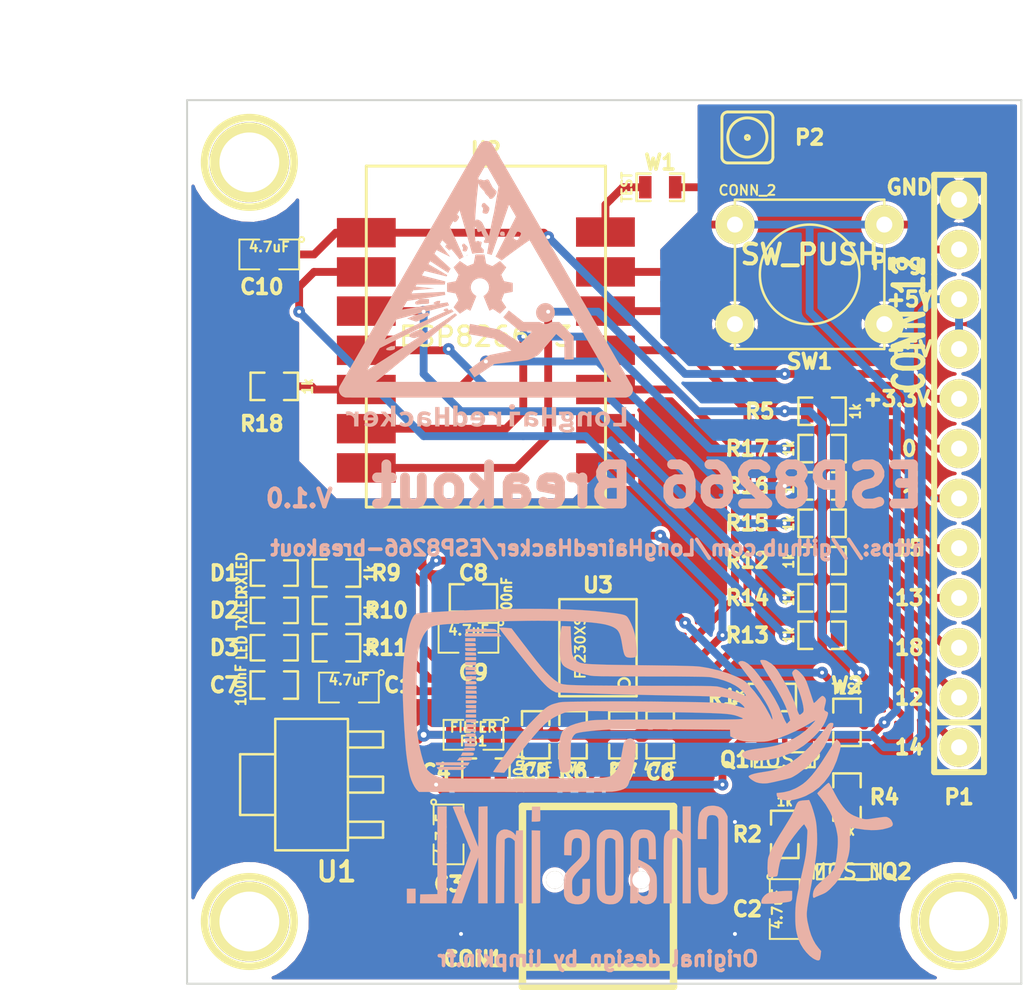
<source format=kicad_pcb>
(kicad_pcb (version 3) (host pcbnew "(2013-may-18)-stable")
  (layers (15 F.Cu signal) (0 B.Cu signal) (18 B.Paste user) (19 F.Paste user) (20 B.SilkS user) (21 F.SilkS user) (22 B.Mask user) (23 F.Mask user) (28 Edge.Cuts user))
  (net 0 "")
  (net 1 +3.3V)
  (net 2 CON_GPIO0)
  (net 3 CON_GPIO12)
  (net 4 CON_GPIO13)
  (net 5 CON_GPIO14)
  (net 6 CON_GPIO15)
  (net 7 CON_GPIO18)
  (net 8 CON_GPIO2)
  (net 9 FT230_RX)
  (net 10 FT230_TX)
  (net 11 GND)
  (net 12 GPIO0)
  (net 13 N-0000010)
  (net 14 N-0000011)
  (net 15 N-0000012)
  (net 16 N-0000013)
  (net 17 N-0000014)
  (net 18 N-0000015)
  (net 19 N-0000024)
  (net 20 N-0000026)
  (net 21 N-0000027)
  (net 22 N-0000028)
  (net 23 N-0000029)
  (net 24 N-000003)
  (net 25 N-0000030)
  (net 26 N-0000032)
  (net 27 N-0000033)
  (net 28 N-0000034)
  (net 29 N-0000035)
  (net 30 N-0000036)
  (net 31 N-0000037)
  (net 32 N-000004)
  (net 33 N-000005)
  (net 34 N-000006)
  (net 35 N-000009)
  (net 36 PROG_SW)
  (net 37 VCC)
  (net 38 VDD)
  (module ESP8266-3 (layer F.Cu) (at 71.755 69.215)
    (fp_text reference U2 (at 0 -9.525) (layer F.SilkS) (effects (font (size 0.75 0.75) (thickness 0.2))))
    (fp_text value ESP8266-3 (at 0 0) (layer F.SilkS))
    (pad 1 smd rect (at 6.1 6.7) (size 3 1.5) (layers F.Cu F.Paste F.Mask) (net 11 GND))
    (pad 2 smd rect (at 6.1 4.7) (size 3 1.5) (layers F.Cu F.Paste F.Mask))
    (pad 3 smd rect (at 6.1 2.7) (size 3 1.5) (layers F.Cu F.Paste F.Mask) (net 9 FT230_RX))
    (pad 4 smd rect (at 6.1 0.7) (size 3 1.5) (layers F.Cu F.Paste F.Mask) (net 10 FT230_TX))
    (pad 5 smd rect (at 6.1 -1.3) (size 3 1.5) (layers F.Cu F.Paste F.Mask) (net 28 N-0000034))
    (pad 6 smd rect (at 6.1 -3.3) (size 3 1.5) (layers F.Cu F.Paste F.Mask) (net 36 PROG_SW))
    (pad 8 smd rect (at -6.1 -5.3) (size 3 1.5) (layers F.Cu F.Paste F.Mask) (net 1 +3.3V))
    (pad 9 smd rect (at -6.1 -3.3) (size 3 1.5) (layers F.Cu F.Paste F.Mask) (net 29 N-0000035))
    (pad 10 smd rect (at -6.1 -1.3) (size 3 1.5) (layers F.Cu F.Paste F.Mask) (net 27 N-0000033))
    (pad 11 smd rect (at -6.1 0.7) (size 3 1.5) (layers F.Cu F.Paste F.Mask) (net 30 N-0000036))
    (pad 12 smd rect (at -6.1 2.7) (size 3 1.5) (layers F.Cu F.Paste F.Mask) (net 31 N-0000037))
    (pad 13 smd rect (at -6.1 4.7) (size 3 1.5) (layers F.Cu F.Paste F.Mask) (net 35 N-000009))
    (pad 14 smd rect (at -6.1 6.7) (size 3 1.5) (layers F.Cu F.Paste F.Mask) (net 12 GPIO0))
    (pad 7 smd rect (at 6.096 -5.334) (size 3 1.5) (layers F.Cu F.Paste F.Mask) (net 19 N-0000024))
  )
  (module ssop-16 (layer F.Cu) (at 77.47 85.09 90)
    (fp_text reference U3 (at 3.2 0 180) (layer F.SilkS) (effects (font (size 0.75 0.75) (thickness 0.2))))
    (fp_text value FT230XS (at 0 -0.89916 90) (layer F.SilkS) (effects (font (size 0.50038 0.50038) (thickness 0.09906))))
    (pad 4 smd rect (at -0.3175 2.667 90) (size 0.4064 1.651) (layers F.Cu F.Paste F.Mask) (net 9 FT230_RX))
    (pad 5 smd rect (at 0.3175 2.667 90) (size 0.4064 1.651) (layers F.Cu F.Paste F.Mask) (net 11 GND))
    (pad 6 smd rect (at 0.9525 2.667 90) (size 0.4064 1.651) (layers F.Cu F.Paste F.Mask))
    (pad 7 smd rect (at 1.5875 2.667 90) (size 0.4064 1.651) (layers F.Cu F.Paste F.Mask) (net 20 N-0000026))
    (pad 16 smd rect (at -2.2225 -2.667 90) (size 0.4064 1.651) (layers F.Cu F.Paste F.Mask) (net 21 N-0000027))
    (pad 1 smd rect (at -2.2225 2.667 90) (size 0.4064 1.651) (layers F.Cu F.Paste F.Mask) (net 10 FT230_TX))
    (pad 2 smd rect (at -1.5875 2.667 90) (size 0.4064 1.651) (layers F.Cu F.Paste F.Mask))
    (pad 3 smd rect (at -0.9525 2.667 90) (size 0.4064 1.651) (layers F.Cu F.Paste F.Mask) (net 13 N-0000010))
    (pad 9 smd rect (at 2.2225 -2.667 90) (size 0.4064 1.651) (layers F.Cu F.Paste F.Mask) (net 34 N-000006))
    (pad 10 smd rect (at 1.5875 -2.667 90) (size 0.4064 1.651) (layers F.Cu F.Paste F.Mask) (net 13 N-0000010))
    (pad 11 smd rect (at 0.9525 -2.667 90) (size 0.4064 1.651) (layers F.Cu F.Paste F.Mask) (net 13 N-0000010))
    (pad 12 smd rect (at 0.3175 -2.667 90) (size 0.4064 1.651) (layers F.Cu F.Paste F.Mask) (net 37 VCC))
    (pad 13 smd rect (at -0.3175 -2.667 90) (size 0.4064 1.651) (layers F.Cu F.Paste F.Mask) (net 11 GND))
    (pad 14 smd rect (at -0.9525 -2.667 90) (size 0.4064 1.651) (layers F.Cu F.Paste F.Mask) (net 22 N-0000028))
    (pad 8 smd rect (at 2.2225 2.667 90) (size 0.4064 1.651) (layers F.Cu F.Paste F.Mask) (net 33 N-000005))
    (pad 15 smd rect (at -1.5875 -2.667 90) (size 0.4064 1.651) (layers F.Cu F.Paste F.Mask) (net 23 N-0000029))
  )
  (module SOT23GDS_L (layer F.Cu) (at 90.17 96.52 180)
    (fp_text reference Q2 (at -2.54 0 180) (layer F.SilkS) (effects (font (size 0.75 0.75) (thickness 0.2))))
    (fp_text value MOS_N (at 0 0 180) (layer F.SilkS) (effects (font (size 0.762 0.762) (thickness 0.12954))))
    (pad S smd rect (at -0.889 -1.1 180) (size 1.1 1.1) (layers F.Cu F.Paste F.Mask) (net 11 GND))
    (pad G smd rect (at 0.889 -1.1 180) (size 1.1 1.1) (layers F.Cu F.Paste F.Mask) (net 17 N-0000014))
    (pad D smd rect (at 0 1.1 180) (size 1.1 1.1) (layers F.Cu F.Paste F.Mask) (net 16 N-0000013))
  )
  (module SOT23GDS_L (layer F.Cu) (at 86.995 90.805)
    (fp_text reference Q1 (at -2.54 0) (layer F.SilkS) (effects (font (size 0.75 0.75) (thickness 0.2))))
    (fp_text value MOS_P (at 0 0) (layer F.SilkS) (effects (font (size 0.762 0.762) (thickness 0.12954))))
    (pad S smd rect (at -0.889 -1.1) (size 1.1 1.1) (layers F.Cu F.Paste F.Mask) (net 1 +3.3V))
    (pad G smd rect (at 0.889 -1.1) (size 1.1 1.1) (layers F.Cu F.Paste F.Mask) (net 36 PROG_SW))
    (pad D smd rect (at 0 1.1) (size 1.1 1.1) (layers F.Cu F.Paste F.Mask) (net 18 N-0000015))
  )
  (module SM0603_Resistor (layer F.Cu) (at 74.295 89.535 90)
    (fp_text reference C5 (at -1.905 0 180) (layer F.SilkS) (effects (font (size 0.75 0.75) (thickness 0.2))))
    (fp_text value 47pF (at -1.69926 0 180) (layer F.SilkS) (effects (font (size 0.508 0.4572) (thickness 0.1143))))
    (pad 1 smd rect (at -0.762 0 90) (size 0.635 1.143) (layers F.Cu F.Paste F.Mask) (net 24 N-000003))
    (pad 2 smd rect (at 0.762 0 90) (size 0.635 1.143) (layers F.Cu F.Paste F.Mask) (net 11 GND))
  )
  (module SM0603_Resistor (layer F.Cu) (at 64.135 81.28 180)
    (fp_text reference R9 (at -2.54 0 180) (layer F.SilkS) (effects (font (size 0.75 0.75) (thickness 0.2))))
    (fp_text value 1k (at -1.69926 0 270) (layer F.SilkS) (effects (font (size 0.508 0.4572) (thickness 0.1143))))
    (pad 1 smd rect (at -0.762 0 180) (size 0.635 1.143) (layers F.Cu F.Paste F.Mask) (net 22 N-0000028))
    (pad 2 smd rect (at 0.762 0 180) (size 0.635 1.143) (layers F.Cu F.Paste F.Mask) (net 15 N-0000012))
  )
  (module SM0603_Resistor (layer F.Cu) (at 64.135 83.185 180)
    (fp_text reference R10 (at -2.54 0 180) (layer F.SilkS) (effects (font (size 0.75 0.75) (thickness 0.2))))
    (fp_text value 1k (at -1.69926 0 270) (layer F.SilkS) (effects (font (size 0.508 0.4572) (thickness 0.1143))))
    (pad 1 smd rect (at -0.762 0 180) (size 0.635 1.143) (layers F.Cu F.Paste F.Mask) (net 23 N-0000029))
    (pad 2 smd rect (at 0.762 0 180) (size 0.635 1.143) (layers F.Cu F.Paste F.Mask) (net 26 N-0000032))
  )
  (module SM0603_Resistor (layer F.Cu) (at 64.135 85.09 180)
    (fp_text reference R11 (at -2.54 0 180) (layer F.SilkS) (effects (font (size 0.75 0.75) (thickness 0.2))))
    (fp_text value 1k (at -1.69926 0 270) (layer F.SilkS) (effects (font (size 0.508 0.4572) (thickness 0.1143))))
    (pad 1 smd rect (at -0.762 0 180) (size 0.635 1.143) (layers F.Cu F.Paste F.Mask) (net 21 N-0000027))
    (pad 2 smd rect (at 0.762 0 180) (size 0.635 1.143) (layers F.Cu F.Paste F.Mask) (net 14 N-0000011))
  )
  (module SM0603_Resistor (layer F.Cu) (at 60.96 86.995)
    (fp_text reference C7 (at -2.54 0) (layer F.SilkS) (effects (font (size 0.75 0.75) (thickness 0.2))))
    (fp_text value 100nF (at -1.69926 0 90) (layer F.SilkS) (effects (font (size 0.508 0.4572) (thickness 0.1143))))
    (pad 1 smd rect (at -0.762 0) (size 0.635 1.143) (layers F.Cu F.Paste F.Mask) (net 13 N-0000010))
    (pad 2 smd rect (at 0.762 0) (size 0.635 1.143) (layers F.Cu F.Paste F.Mask) (net 11 GND))
  )
  (module SM0603_Resistor (layer F.Cu) (at 78.74 89.535 90)
    (fp_text reference R7 (at -1.905 0 180) (layer F.SilkS) (effects (font (size 0.75 0.75) (thickness 0.2))))
    (fp_text value 27R (at -1.69926 0 180) (layer F.SilkS) (effects (font (size 0.508 0.4572) (thickness 0.1143))))
    (pad 1 smd rect (at -0.762 0 90) (size 0.635 1.143) (layers F.Cu F.Paste F.Mask) (net 32 N-000004))
    (pad 2 smd rect (at 0.762 0 90) (size 0.635 1.143) (layers F.Cu F.Paste F.Mask) (net 33 N-000005))
  )
  (module SM0603_Resistor (layer F.Cu) (at 76.2 89.535 90)
    (fp_text reference R6 (at -1.905 0 180) (layer F.SilkS) (effects (font (size 0.75 0.75) (thickness 0.2))))
    (fp_text value 27R (at -1.69926 0 180) (layer F.SilkS) (effects (font (size 0.508 0.4572) (thickness 0.1143))))
    (pad 1 smd rect (at -0.762 0 90) (size 0.635 1.143) (layers F.Cu F.Paste F.Mask) (net 24 N-000003))
    (pad 2 smd rect (at 0.762 0 90) (size 0.635 1.143) (layers F.Cu F.Paste F.Mask) (net 34 N-000006))
  )
  (module SM0603_Resistor (layer F.Cu) (at 80.645 89.535 90)
    (fp_text reference C6 (at -1.905 0 180) (layer F.SilkS) (effects (font (size 0.75 0.75) (thickness 0.2))))
    (fp_text value 47pF (at -1.69926 0 180) (layer F.SilkS) (effects (font (size 0.508 0.4572) (thickness 0.1143))))
    (pad 1 smd rect (at -0.762 0 90) (size 0.635 1.143) (layers F.Cu F.Paste F.Mask) (net 32 N-000004))
    (pad 2 smd rect (at 0.762 0 90) (size 0.635 1.143) (layers F.Cu F.Paste F.Mask) (net 11 GND))
  )
  (module SM0603_Resistor (layer F.Cu) (at 71.12 82.55 180)
    (fp_text reference C8 (at 0 1.27 180) (layer F.SilkS) (effects (font (size 0.75 0.75) (thickness 0.2))))
    (fp_text value 100nF (at -1.69926 0 270) (layer F.SilkS) (effects (font (size 0.508 0.4572) (thickness 0.1143))))
    (pad 1 smd rect (at -0.762 0 180) (size 0.635 1.143) (layers F.Cu F.Paste F.Mask) (net 37 VCC))
    (pad 2 smd rect (at 0.762 0 180) (size 0.635 1.143) (layers F.Cu F.Paste F.Mask) (net 11 GND))
  )
  (module SM0603_Resistor (layer F.Cu) (at 71.755 91.44 180)
    (fp_text reference C4 (at 2.54 0 180) (layer F.SilkS) (effects (font (size 0.75 0.75) (thickness 0.2))))
    (fp_text value 100nF (at -1.69926 0 270) (layer F.SilkS) (effects (font (size 0.508 0.4572) (thickness 0.1143))))
    (pad 1 smd rect (at -0.762 0 180) (size 0.635 1.143) (layers F.Cu F.Paste F.Mask) (net 38 VDD))
    (pad 2 smd rect (at 0.762 0 180) (size 0.635 1.143) (layers F.Cu F.Paste F.Mask) (net 11 GND))
  )
  (module SM0603_Resistor (layer F.Cu) (at 90.17 92.71 90)
    (fp_text reference R4 (at 0 1.905 180) (layer F.SilkS) (effects (font (size 0.75 0.75) (thickness 0.2))))
    (fp_text value 1k (at -1.69926 0 180) (layer F.SilkS) (effects (font (size 0.508 0.4572) (thickness 0.1143))))
    (pad 1 smd rect (at -0.762 0 90) (size 0.635 1.143) (layers F.Cu F.Paste F.Mask) (net 16 N-0000013))
    (pad 2 smd rect (at 0.762 0 90) (size 0.635 1.143) (layers F.Cu F.Paste F.Mask) (net 12 GPIO0))
  )
  (module SM0603_Resistor (layer F.Cu) (at 86.995 94.615 270)
    (fp_text reference R2 (at 0 1.905 360) (layer F.SilkS) (effects (font (size 0.75 0.75) (thickness 0.2))))
    (fp_text value 1k (at -1.69926 0 360) (layer F.SilkS) (effects (font (size 0.508 0.4572) (thickness 0.1143))))
    (pad 1 smd rect (at -0.762 0 270) (size 0.635 1.143) (layers F.Cu F.Paste F.Mask) (net 18 N-0000015))
    (pad 2 smd rect (at 0.762 0 270) (size 0.635 1.143) (layers F.Cu F.Paste F.Mask) (net 17 N-0000014))
  )
  (module SM0603_Resistor (layer F.Cu) (at 86.36 87.63)
    (fp_text reference R1 (at -2.54 0) (layer F.SilkS) (effects (font (size 0.75 0.75) (thickness 0.2))))
    (fp_text value 1k (at -1.69926 0 90) (layer F.SilkS) (effects (font (size 0.508 0.4572) (thickness 0.1143))))
    (pad 1 smd rect (at -0.762 0) (size 0.635 1.143) (layers F.Cu F.Paste F.Mask) (net 1 +3.3V))
    (pad 2 smd rect (at 0.762 0) (size 0.635 1.143) (layers F.Cu F.Paste F.Mask) (net 36 PROG_SW))
  )
  (module SM0603_Capa (layer F.Cu) (at 60.96 85.09)
    (fp_text reference D3 (at -2.54 0) (layer F.SilkS) (effects (font (size 0.75 0.75) (thickness 0.2))))
    (fp_text value LED (at -1.651 0 90) (layer F.SilkS) (effects (font (size 0.508 0.4572) (thickness 0.1143))))
    (pad 1 smd rect (at -0.762 0) (size 0.635 1.143) (layers F.Cu F.Paste F.Mask) (net 13 N-0000010))
    (pad 2 smd rect (at 0.762 0) (size 0.635 1.143) (layers F.Cu F.Paste F.Mask) (net 14 N-0000011))
  )
  (module SM0603_Capa (layer F.Cu) (at 60.96 83.185)
    (fp_text reference D2 (at -2.54 0) (layer F.SilkS) (effects (font (size 0.75 0.75) (thickness 0.2))))
    (fp_text value TXLED (at -1.651 0 90) (layer F.SilkS) (effects (font (size 0.508 0.4572) (thickness 0.1143))))
    (pad 1 smd rect (at -0.762 0) (size 0.635 1.143) (layers F.Cu F.Paste F.Mask) (net 13 N-0000010))
    (pad 2 smd rect (at 0.762 0) (size 0.635 1.143) (layers F.Cu F.Paste F.Mask) (net 26 N-0000032))
  )
  (module SM0603_Capa (layer F.Cu) (at 60.96 81.28)
    (fp_text reference D1 (at -2.54 0) (layer F.SilkS) (effects (font (size 0.75 0.75) (thickness 0.2))))
    (fp_text value RXLED (at -1.651 0 90) (layer F.SilkS) (effects (font (size 0.508 0.4572) (thickness 0.1143))))
    (pad 1 smd rect (at -0.762 0) (size 0.635 1.143) (layers F.Cu F.Paste F.Mask) (net 13 N-0000010))
    (pad 2 smd rect (at 0.762 0) (size 0.635 1.143) (layers F.Cu F.Paste F.Mask) (net 15 N-0000012))
  )
  (module SM0603_Resistor (layer F.Cu) (at 88.9 80.645)
    (fp_text reference R12 (at -3.81 0) (layer F.SilkS) (effects (font (size 0.75 0.75) (thickness 0.2))))
    (fp_text value 1k (at -1.69926 0 90) (layer F.SilkS) (effects (font (size 0.508 0.4572) (thickness 0.1143))))
    (pad 1 smd rect (at -0.762 0) (size 0.635 1.143) (layers F.Cu F.Paste F.Mask) (net 28 N-0000034))
    (pad 2 smd rect (at 0.762 0) (size 0.635 1.143) (layers F.Cu F.Paste F.Mask) (net 7 CON_GPIO18))
  )
  (module SM0603_Resistor (layer F.Cu) (at 88.9 84.455)
    (fp_text reference R13 (at -3.81 0) (layer F.SilkS) (effects (font (size 0.75 0.75) (thickness 0.2))))
    (fp_text value 1k (at -1.69926 0 90) (layer F.SilkS) (effects (font (size 0.508 0.4572) (thickness 0.1143))))
    (pad 1 smd rect (at -0.762 0) (size 0.635 1.143) (layers F.Cu F.Paste F.Mask) (net 29 N-0000035))
    (pad 2 smd rect (at 0.762 0) (size 0.635 1.143) (layers F.Cu F.Paste F.Mask) (net 5 CON_GPIO14))
  )
  (module SM0603_Resistor (layer F.Cu) (at 88.9 82.55)
    (fp_text reference R14 (at -3.81 0) (layer F.SilkS) (effects (font (size 0.75 0.75) (thickness 0.2))))
    (fp_text value 1k (at -1.69926 0 90) (layer F.SilkS) (effects (font (size 0.508 0.4572) (thickness 0.1143))))
    (pad 1 smd rect (at -0.762 0) (size 0.635 1.143) (layers F.Cu F.Paste F.Mask) (net 27 N-0000033))
    (pad 2 smd rect (at 0.762 0) (size 0.635 1.143) (layers F.Cu F.Paste F.Mask) (net 3 CON_GPIO12))
  )
  (module SM0603_Resistor (layer F.Cu) (at 88.9 78.74)
    (fp_text reference R15 (at -3.81 0) (layer F.SilkS) (effects (font (size 0.75 0.75) (thickness 0.2))))
    (fp_text value 1k (at -1.69926 0 90) (layer F.SilkS) (effects (font (size 0.508 0.4572) (thickness 0.1143))))
    (pad 1 smd rect (at -0.762 0) (size 0.635 1.143) (layers F.Cu F.Paste F.Mask) (net 30 N-0000036))
    (pad 2 smd rect (at 0.762 0) (size 0.635 1.143) (layers F.Cu F.Paste F.Mask) (net 4 CON_GPIO13))
  )
  (module SM0603_Resistor (layer F.Cu) (at 88.9 76.835)
    (fp_text reference R16 (at -3.81 0) (layer F.SilkS) (effects (font (size 0.75 0.75) (thickness 0.2))))
    (fp_text value 1k (at -1.69926 0 90) (layer F.SilkS) (effects (font (size 0.508 0.4572) (thickness 0.1143))))
    (pad 1 smd rect (at -0.762 0) (size 0.635 1.143) (layers F.Cu F.Paste F.Mask) (net 31 N-0000037))
    (pad 2 smd rect (at 0.762 0) (size 0.635 1.143) (layers F.Cu F.Paste F.Mask) (net 6 CON_GPIO15))
  )
  (module SM0603_Resistor (layer F.Cu) (at 88.9 74.93)
    (fp_text reference R17 (at -3.81 0) (layer F.SilkS) (effects (font (size 0.75 0.75) (thickness 0.2))))
    (fp_text value 1k (at -1.69926 0 90) (layer F.SilkS) (effects (font (size 0.508 0.4572) (thickness 0.1143))))
    (pad 1 smd rect (at -0.762 0) (size 0.635 1.143) (layers F.Cu F.Paste F.Mask) (net 35 N-000009))
    (pad 2 smd rect (at 0.762 0) (size 0.635 1.143) (layers F.Cu F.Paste F.Mask) (net 8 CON_GPIO2))
  )
  (module SM0603_Resistor (layer F.Cu) (at 60.96 71.755 180)
    (fp_text reference R18 (at 0.635 -1.905 180) (layer F.SilkS) (effects (font (size 0.75 0.75) (thickness 0.2))))
    (fp_text value 1k (at -1.69926 0 270) (layer F.SilkS) (effects (font (size 0.508 0.4572) (thickness 0.1143))))
    (pad 1 smd rect (at -0.762 0 180) (size 0.635 1.143) (layers F.Cu F.Paste F.Mask) (net 31 N-0000037))
    (pad 2 smd rect (at 0.762 0 180) (size 0.635 1.143) (layers F.Cu F.Paste F.Mask) (net 11 GND))
  )
  (module USB_MINI_B (layer F.Cu) (at 77.47 97.79 90)
    (fp_text reference CON1 (at -3.175 -6.35 180) (layer F.SilkS) (effects (font (size 0.75 0.75) (thickness 0.2))))
    (fp_text value USB-MICRO-B2 hide)
    (pad 1 smd rect (at 3.44932 -1.6002 90) (size 2.30124 0.50038) (layers F.Cu F.Paste F.Mask) (net 38 VDD))
    (pad 2 smd rect (at 3.44932 -0.8001 90) (size 2.30124 0.50038) (layers F.Cu F.Paste F.Mask) (net 24 N-000003))
    (pad 3 smd rect (at 3.44932 0 90) (size 2.30124 0.50038) (layers F.Cu F.Paste F.Mask) (net 32 N-000004))
    (pad 4 smd rect (at 3.44932 0.8001 90) (size 2.30124 0.50038) (layers F.Cu F.Paste F.Mask))
    (pad 5 smd rect (at 3.44932 1.6002 90) (size 2.30124 0.50038) (layers F.Cu F.Paste F.Mask) (net 11 GND))
    (pad 6 smd rect (at 3.35026 -4.45008 90) (size 2.49936 1.99898) (layers F.Cu F.Paste F.Mask) (net 11 GND))
    (pad 7 smd rect (at -2.14884 -4.45008 90) (size 2.49936 1.99898) (layers F.Cu F.Paste F.Mask) (net 11 GND))
    (pad 8 smd rect (at 3.35026 4.45008 90) (size 2.49936 1.99898) (layers F.Cu F.Paste F.Mask) (net 11 GND))
    (pad 9 smd rect (at -2.14884 4.45008 90) (size 2.49936 1.99898) (layers F.Cu F.Paste F.Mask) (net 11 GND))
    (pad "" thru_hole circle (at 0.8509 -2.19964 90) (size 0.89916 0.89916) (drill 0.89916) (layers *.Cu *.Mask F.SilkS))
    (pad 2 thru_hole circle (at 0.8509 2.19964 90) (size 0.89916 0.89916) (drill 0.89916) (layers *.Cu *.Mask F.SilkS) (net 24 N-000003))
  )
  (module SM0603_Resistor (layer F.Cu) (at 88.9 73.025 180)
    (fp_text reference R5 (at 3.175 0 180) (layer F.SilkS) (effects (font (size 0.75 0.75) (thickness 0.2))))
    (fp_text value 1k (at -1.69926 0 270) (layer F.SilkS) (effects (font (size 0.508 0.4572) (thickness 0.1143))))
    (pad 1 smd rect (at -0.762 0 180) (size 0.635 1.143) (layers F.Cu F.Paste F.Mask) (net 2 CON_GPIO0))
    (pad 2 smd rect (at 0.762 0 180) (size 0.635 1.143) (layers F.Cu F.Paste F.Mask) (net 12 GPIO0))
  )
  (module SIL-12 (layer F.Cu) (at 95.885 76.2 90)
    (fp_text reference P1 (at -16.51 0 180) (layer F.SilkS) (effects (font (size 0.75 0.75) (thickness 0.2))))
    (fp_text value CONN_12 (at 7.62 -2.54 90) (layer F.SilkS) (effects (font (size 1.524 1.016) (thickness 0.3048))))
    (pad 1 thru_hole circle (at -13.97 0 90) (size 2 2) (drill 0.8128) (layers *.Cu *.Mask F.SilkS) (net 5 CON_GPIO14))
    (pad 2 thru_hole circle (at -11.43 0 90) (size 2 2) (drill 0.8128) (layers *.Cu *.Mask F.SilkS) (net 3 CON_GPIO12))
    (pad 3 thru_hole circle (at -8.89 0 90) (size 2 2) (drill 0.8128) (layers *.Cu *.Mask F.SilkS) (net 7 CON_GPIO18))
    (pad 4 thru_hole circle (at -6.35 0 90) (size 2 2) (drill 0.8128) (layers *.Cu *.Mask F.SilkS) (net 4 CON_GPIO13))
    (pad 5 thru_hole circle (at -3.81 0 90) (size 2 2) (drill 0.8128) (layers *.Cu *.Mask F.SilkS) (net 6 CON_GPIO15))
    (pad 6 thru_hole circle (at -1.27 0 90) (size 2 2) (drill 0.8128) (layers *.Cu *.Mask F.SilkS) (net 8 CON_GPIO2))
    (pad 7 thru_hole circle (at 1.27 0 90) (size 2 2) (drill 0.8128) (layers *.Cu *.Mask F.SilkS) (net 2 CON_GPIO0))
    (pad 8 thru_hole circle (at 3.81 0 90) (size 2 2) (drill 0.8128) (layers *.Cu *.Mask F.SilkS) (net 1 +3.3V))
    (pad 9 thru_hole circle (at 6.35 0 90) (size 2 2) (drill 0.8128) (layers *.Cu *.Mask F.SilkS) (net 37 VCC))
    (pad 10 thru_hole circle (at 8.89 0 90) (size 2 2) (drill 0.8128) (layers *.Cu *.Mask F.SilkS) (net 37 VCC))
    (pad 11 thru_hole circle (at 11.43 0 90) (size 2 2) (drill 0.8128) (layers *.Cu *.Mask F.SilkS) (net 36 PROG_SW))
    (pad 12 thru_hole circle (at 13.97 0 90) (size 2 2) (drill 0.8128) (layers *.Cu *.Mask F.SilkS) (net 11 GND))
  )
  (module SW_PUSH_SMALL (layer F.Cu) (at 88.265 66.04 180)
    (fp_text reference SW1 (at 0 -4.445 180) (layer F.SilkS) (effects (font (size 0.75 0.75) (thickness 0.2))))
    (fp_text value SW_PUSH (at 0 1.016 180) (layer F.SilkS) (effects (font (size 1.016 1.016) (thickness 0.2032))))
    (pad 1 thru_hole circle (at 3.81 -2.54 180) (size 2 2) (drill 0.8128) (layers *.Cu *.Mask F.SilkS) (net 11 GND))
    (pad 2 thru_hole circle (at 3.81 2.54 180) (size 2 2) (drill 0.8128) (layers *.Cu *.Mask F.SilkS) (net 36 PROG_SW))
    (pad 1 thru_hole circle (at -3.81 -2.54 180) (size 2 2) (drill 0.8128) (layers *.Cu *.Mask F.SilkS) (net 11 GND))
    (pad 2 thru_hole circle (at -3.81 2.54 180) (size 2 2) (drill 0.8128) (layers *.Cu *.Mask F.SilkS) (net 36 PROG_SW))
  )
  (module 1pin (layer F.Cu) (at 95.885 99.06)
    (fp_text reference 1PIN hide)
    (fp_text value P*** hide)
    (pad 1 thru_hole circle (at 0 0) (size 4.064 4.064) (drill 3.048) (layers *.Cu *.Mask F.SilkS) (clearance 1))
  )
  (module 1pin (layer F.Cu) (at 59.69 99.06)
    (fp_text reference 1PIN hide)
    (fp_text value P*** hide)
    (pad 1 thru_hole circle (at 0 0) (size 4.064 4.064) (drill 3.048) (layers *.Cu *.Mask F.SilkS) (clearance 1))
  )
  (module 1pin (layer F.Cu) (at 59.69 60.325)
    (fp_text reference 1PIN hide)
    (fp_text value P*** hide)
    (pad 1 thru_hole circle (at 0 0) (size 4.064 4.064) (drill 3.048) (layers *.Cu *.Mask F.SilkS) (clearance 1))
  )
  (module SM0805 (layer F.Cu) (at 70.866 84.582 180)
    (fp_text reference C9 (at -0.254 -1.778 180) (layer F.SilkS) (effects (font (size 0.75 0.75) (thickness 0.2))))
    (fp_text value 4.7uF (at 0 0.381 180) (layer F.SilkS) (effects (font (size 0.50038 0.50038) (thickness 0.10922))))
    (pad 1 smd rect (at -0.9525 0 180) (size 0.889 1.397) (layers F.Cu F.Paste F.Mask) (net 37 VCC))
    (pad 2 smd rect (at 0.9525 0 180) (size 0.889 1.397) (layers F.Cu F.Paste F.Mask) (net 11 GND))
  )
  (module SM0805 (layer F.Cu) (at 60.706 65.024 180)
    (fp_text reference C10 (at 0.381 -1.651 180) (layer F.SilkS) (effects (font (size 0.75 0.75) (thickness 0.2))))
    (fp_text value 4.7uF (at 0 0.381 180) (layer F.SilkS) (effects (font (size 0.50038 0.50038) (thickness 0.10922))))
    (pad 1 smd rect (at -0.9525 0 180) (size 0.889 1.397) (layers F.Cu F.Paste F.Mask) (net 1 +3.3V))
    (pad 2 smd rect (at 0.9525 0 180) (size 0.889 1.397) (layers F.Cu F.Paste F.Mask) (net 11 GND))
  )
  (module SM0805 (layer F.Cu) (at 69.85 94.615 270)
    (fp_text reference C3 (at 2.54 0 360) (layer F.SilkS) (effects (font (size 0.75 0.75) (thickness 0.2))))
    (fp_text value 4.7uF (at 0 0.381 270) (layer F.SilkS) (effects (font (size 0.50038 0.50038) (thickness 0.10922))))
    (pad 1 smd rect (at -0.9525 0 270) (size 0.889 1.397) (layers F.Cu F.Paste F.Mask) (net 1 +3.3V))
    (pad 2 smd rect (at 0.9525 0 270) (size 0.889 1.397) (layers F.Cu F.Paste F.Mask) (net 11 GND))
  )
  (module SM0805 (layer F.Cu) (at 64.77 87.122 180)
    (fp_text reference C1 (at -2.54 0.127 180) (layer F.SilkS) (effects (font (size 0.75 0.75) (thickness 0.2))))
    (fp_text value 4.7uF (at 0 0.381 180) (layer F.SilkS) (effects (font (size 0.50038 0.50038) (thickness 0.10922))))
    (pad 1 smd rect (at -0.9525 0 180) (size 0.889 1.397) (layers F.Cu F.Paste F.Mask) (net 37 VCC))
    (pad 2 smd rect (at 0.9525 0 180) (size 0.889 1.397) (layers F.Cu F.Paste F.Mask) (net 11 GND))
  )
  (module SM0805 (layer F.Cu) (at 86.995 98.425 270)
    (fp_text reference C2 (at 0 1.905 360) (layer F.SilkS) (effects (font (size 0.75 0.75) (thickness 0.2))))
    (fp_text value 4.7uF (at 0 0.381 270) (layer F.SilkS) (effects (font (size 0.50038 0.50038) (thickness 0.10922))))
    (pad 1 smd rect (at -0.9525 0 270) (size 0.889 1.397) (layers F.Cu F.Paste F.Mask) (net 17 N-0000014))
    (pad 2 smd rect (at 0.9525 0 270) (size 0.889 1.397) (layers F.Cu F.Paste F.Mask) (net 11 GND))
  )
  (module sot223 (layer F.Cu) (at 62.865 92.075 90)
    (fp_text reference U1 (at -4.445 1.27 180) (layer F.SilkS) (effects (font (size 1.00076 1.00076) (thickness 0.20066))))
    (fp_text value NCP1117LP hide)
    (pad 1 smd rect (at -2.30124 2.99974 90) (size 1.30048 1.80086) (layers F.Cu F.Paste F.Mask) (net 11 GND))
    (pad 2 smd rect (at 0 2.99974 90) (size 1.30048 1.80086) (layers F.Cu F.Paste F.Mask) (net 1 +3.3V))
    (pad 3 smd rect (at 2.30124 2.99974 90) (size 1.30048 1.80086) (layers F.Cu F.Paste F.Mask) (net 37 VCC))
    (pad 4 smd rect (at 0 -2.99974 90) (size 3.79984 1.80086) (layers F.Cu F.Paste F.Mask) (net 1 +3.3V))
  )
  (module SM0603_Resistor (layer F.Cu) (at 80.645 61.595)
    (fp_text reference W1 (at 0 -1.27) (layer F.SilkS) (effects (font (size 0.75 0.75) (thickness 0.2))))
    (fp_text value TEST (at -1.69926 0 90) (layer F.SilkS) (effects (font (size 0.508 0.4572) (thickness 0.1143))))
    (pad 1 smd rect (at -0.762 0) (size 0.635 1.143) (layers F.Cu F.Paste F.Mask) (net 19 N-0000024))
    (pad 2 smd rect (at 0.762 0) (size 0.635 1.143) (layers F.Cu F.Paste F.Mask) (net 25 N-0000030))
  )
  (module SM0603_Resistor (layer F.Cu) (at 90.17 88.9 270)
    (fp_text reference W2 (at -1.905 0 360) (layer F.SilkS) (effects (font (size 0.75 0.75) (thickness 0.2))))
    (fp_text value TEST (at -1.69926 0 360) (layer F.SilkS) (effects (font (size 0.508 0.4572) (thickness 0.1143))))
    (pad 1 smd rect (at -0.762 0 270) (size 0.635 1.143) (layers F.Cu F.Paste F.Mask) (net 20 N-0000026))
    (pad 2 smd rect (at 0.762 0 270) (size 0.635 1.143) (layers F.Cu F.Paste F.Mask) (net 36 PROG_SW))
  )
  (module coaxial_u.fl-r-smt-1 (layer F.Cu) (at 85.09 59.055)
    (fp_text reference P2 (at 3.175 0) (layer F.SilkS) (effects (font (size 0.75 0.75) (thickness 0.2))))
    (fp_text value CONN_2 (at 0 2.7) (layer F.SilkS) (effects (font (size 0.5 0.5) (thickness 0.1))))
    (pad 2 smd rect (at -1.475 0) (size 1.05 2.2) (layers F.Cu F.Paste F.Mask) (net 11 GND))
    (pad 2 smd rect (at 1.475 0) (size 1.05 2.2) (layers F.Cu F.Paste F.Mask) (net 11 GND))
    (pad 1 smd rect (at 0 1.525) (size 1 1.05) (layers F.Cu F.Paste F.Mask) (net 25 N-0000030))
  )
  (module chaosinkl_silkbot_25_00mm (layer B.Cu) (at 80.01 92.075)
    (fp_text reference G*** hide)
    (fp_text value chaosinkl_silkbot_25_00mm hide)
  )
  (module logo_hacker_silkbot_15_00mm (layer B.Cu) (at 71.755 66.675)
    (fp_text reference G*** hide)
    (fp_text value logo_hacker_silkbot_15_00mm hide)
  )
  (module SM0805 (layer F.Cu) (at 71.12 89.535 180)
    (fp_text reference FB1 (at 0 -0.3175 180) (layer F.SilkS) (effects (font (size 0.50038 0.50038) (thickness 0.10922))))
    (fp_text value FILTER (at 0 0.381 180) (layer F.SilkS) (effects (font (size 0.50038 0.50038) (thickness 0.10922))))
    (pad 1 smd rect (at -0.9525 0 180) (size 0.889 1.397) (layers F.Cu F.Paste F.Mask) (net 38 VDD))
    (pad 2 smd rect (at 0.9525 0 180) (size 0.889 1.397) (layers F.Cu F.Paste F.Mask) (net 37 VCC))
  )
  (gr_text V.1.0 (at 62.23 77.47) (layer B.SilkS) (effects (font (size 0.9 0.9) (thickness 0.225)) (justify mirror)))
  (gr_text https://github.com/LongHairedHacker/ESP8266-breakout (at 77.47 80.01) (layer B.SilkS) (effects (font (size 0.75 0.75) (thickness 0.1875)) (justify mirror)))
  (gr_text "Original design by limpkin.fr" (at 77.47 100.965) (layer B.SilkS) (effects (font (size 0.75 0.75) (thickness 0.1875)) (justify mirror)))
  (gr_text "ESP8266 Breakout" (at 80.01 76.835) (layer B.SilkS) (effects (font (size 2 2) (thickness 0.5)) (justify mirror)))
  (gr_text "GND\n" (at 93.345 61.595) (layer F.SilkS) (effects (font (size 0.75 0.75) (thickness 0.1875))))
  (gr_text "Prog\n" (at 92.71 65.405) (layer F.SilkS) (effects (font (size 0.75 0.75) (thickness 0.1875))))
  (gr_text +5V (at 93.345 67.31) (layer F.SilkS) (effects (font (size 0.75 0.75) (thickness 0.1875))))
  (gr_text +5V (at 93.345 69.85) (layer F.SilkS) (effects (font (size 0.75 0.75) (thickness 0.1875))))
  (gr_text +3.3V (at 92.71 72.39) (layer F.SilkS) (effects (font (size 0.75 0.75) (thickness 0.1875))))
  (gr_text 0 (at 93.345 74.93) (layer F.SilkS) (effects (font (size 0.75 0.75) (thickness 0.1875))))
  (gr_text 2 (at 93.345 77.47) (layer F.SilkS) (effects (font (size 0.75 0.75) (thickness 0.1875))))
  (gr_text 15 (at 93.345 80.01) (layer F.SilkS) (effects (font (size 0.75 0.75) (thickness 0.1875))))
  (gr_text 13 (at 93.345 82.55) (layer F.SilkS) (effects (font (size 0.75 0.75) (thickness 0.1875))))
  (gr_text 18 (at 93.345 85.09) (layer F.SilkS) (effects (font (size 0.75 0.75) (thickness 0.1875))))
  (gr_text 12 (at 93.345 87.63) (layer F.SilkS) (effects (font (size 0.75 0.75) (thickness 0.1875))))
  (gr_text 14 (at 93.345 90.17) (layer F.SilkS) (effects (font (size 0.75 0.75) (thickness 0.1875))))
  (gr_line (start 56.515 102.235) (end 56.515 57.15) (angle 90) (layer Edge.Cuts) (width 0.1))
  (gr_line (start 99.06 102.235) (end 56.515 102.235) (angle 90) (layer Edge.Cuts) (width 0.1))
  (gr_line (start 99.06 57.15) (end 99.06 102.235) (angle 90) (layer Edge.Cuts) (width 0.1))
  (gr_line (start 56.515 57.15) (end 99.06 57.15) (angle 90) (layer Edge.Cuts) (width 0.1))
  (segment (start 94.615 77.47) (end 94.615 77.47) (width 0.4) (layer B.Cu) (net 0))
  (segment (start 94.615 77.47) (end 94.615 77.47) (width 0.4) (layer B.Cu) (net 0))
  (segment (start 65.655 63.915) (end 74.71 63.915) (width 0.4) (layer F.Cu) (net 1))
  (via (at 74.93 64.135) (size 0.6) (drill 0.2) (layers F.Cu B.Cu) (net 1))
  (segment (start 74.71 63.915) (end 74.93 64.135) (width 0.4) (layer F.Cu) (net 1))
  (segment (start 74.93 64.135) (end 81.915 71.12) (width 0.4) (layer B.Cu) (net 1))
  (segment (start 94.615 72.39) (end 93.345 71.12) (width 0.4) (layer F.Cu) (net 1))
  (segment (start 93.345 71.12) (end 86.995 71.12) (width 0.4) (layer F.Cu) (net 1))
  (via (at 86.995 71.12) (size 0.6) (drill 0.2) (layers F.Cu B.Cu) (net 1))
  (segment (start 86.995 71.12) (end 81.915 71.12) (width 0.4) (layer B.Cu) (net 1))
  (segment (start 94.615 72.39) (end 95.885 72.39) (width 0.4) (layer F.Cu) (net 1))
  (segment (start 67.437 92.075) (end 65.86474 92.075) (width 0.4) (layer F.Cu) (net 1))
  (segment (start 69.85 93.6625) (end 69.85 92.71) (width 0.4) (layer F.Cu) (net 1))
  (segment (start 69.85 92.71) (end 69.215 92.075) (width 0.4) (layer F.Cu) (net 1))
  (segment (start 86.106 89.705) (end 84.92 89.705) (width 0.4) (layer F.Cu) (net 1))
  (segment (start 83.82 92.075) (end 69.215 92.075) (width 0.4) (layer B.Cu) (net 1))
  (via (at 69.215 92.075) (size 0.6) (drill 0.2) (layers F.Cu B.Cu) (net 1))
  (via (at 83.82 92.075) (size 0.6) (drill 0.2) (layers F.Cu B.Cu) (net 1))
  (segment (start 83.82 90.805) (end 83.82 92.075) (width 0.4) (layer F.Cu) (net 1))
  (segment (start 84.92 89.705) (end 83.82 90.805) (width 0.4) (layer F.Cu) (net 1))
  (segment (start 86.106 89.705) (end 86.106 89.281) (width 0.4) (layer F.Cu) (net 1))
  (segment (start 85.598 88.773) (end 85.598 87.63) (width 0.4) (layer F.Cu) (net 1))
  (segment (start 86.106 89.281) (end 85.598 88.773) (width 0.4) (layer F.Cu) (net 1))
  (segment (start 58.42 68.58) (end 58.42 90.805) (width 0.4) (layer F.Cu) (net 1))
  (segment (start 59.69 92.075) (end 60.833 92.075) (width 0.4) (layer F.Cu) (net 1))
  (segment (start 59.69 92.075) (end 58.42 90.805) (width 0.4) (layer F.Cu) (net 1))
  (segment (start 65.655 63.915) (end 64.101 63.915) (width 0.4) (layer F.Cu) (net 1))
  (segment (start 64.101 63.915) (end 62.992 65.024) (width 0.4) (layer F.Cu) (net 1))
  (segment (start 62.992 65.024) (end 61.6585 65.024) (width 0.4) (layer F.Cu) (net 1))
  (segment (start 61.722 65.024) (end 61.722 65.913) (width 0.4) (layer F.Cu) (net 1))
  (segment (start 61.722 65.913) (end 60.96 66.675) (width 0.4) (layer F.Cu) (net 1))
  (segment (start 58.42 68.58) (end 58.42 68.58) (width 0.4) (layer F.Cu) (net 1))
  (segment (start 60.325 66.675) (end 60.96 66.675) (width 0.4) (layer F.Cu) (net 1))
  (segment (start 58.42 68.58) (end 58.42 68.58) (width 0.4) (layer F.Cu) (net 1))
  (segment (start 58.42 68.58) (end 60.325 66.675) (width 0.4) (layer F.Cu) (net 1))
  (segment (start 67.437 92.075) (end 69.215 92.075) (width 0.4) (layer F.Cu) (net 1))
  (segment (start 60.833 92.075) (end 67.437 92.075) (width 0.4) (layer F.Cu) (net 1))
  (segment (start 89.662 73.025) (end 92.71 73.025) (width 0.4) (layer F.Cu) (net 2))
  (segment (start 94.615 74.93) (end 95.885 74.93) (width 0.4) (layer F.Cu) (net 2))
  (segment (start 92.71 73.025) (end 94.615 74.93) (width 0.4) (layer F.Cu) (net 2))
  (segment (start 89.662 82.55) (end 90.805 82.55) (width 0.4) (layer F.Cu) (net 3))
  (segment (start 90.805 82.55) (end 95.885 87.63) (width 0.4) (layer F.Cu) (net 3))
  (segment (start 95.885 82.55) (end 94.615 82.55) (width 0.4) (layer F.Cu) (net 4))
  (segment (start 90.805 78.74) (end 89.662 78.74) (width 0.4) (layer F.Cu) (net 4))
  (segment (start 94.615 82.55) (end 90.805 78.74) (width 0.4) (layer F.Cu) (net 4))
  (segment (start 89.662 84.455) (end 90.17 84.455) (width 0.4) (layer F.Cu) (net 5))
  (segment (start 90.17 84.455) (end 95.885 90.17) (width 0.4) (layer F.Cu) (net 5))
  (segment (start 89.535 76.835) (end 91.44 76.835) (width 0.4) (layer F.Cu) (net 6))
  (segment (start 94.615 80.01) (end 95.885 80.01) (width 0.4) (layer F.Cu) (net 6))
  (segment (start 91.44 76.835) (end 94.615 80.01) (width 0.4) (layer F.Cu) (net 6))
  (segment (start 89.662 80.645) (end 90.805 80.645) (width 0.4) (layer F.Cu) (net 7))
  (segment (start 95.25 85.09) (end 95.885 85.09) (width 0.4) (layer F.Cu) (net 7))
  (segment (start 90.805 80.645) (end 95.25 85.09) (width 0.4) (layer F.Cu) (net 7))
  (segment (start 89.662 74.93) (end 92.075 74.93) (width 0.4) (layer F.Cu) (net 8))
  (segment (start 94.615 77.47) (end 95.885 77.47) (width 0.4) (layer F.Cu) (net 8))
  (segment (start 92.075 74.93) (end 94.615 77.47) (width 0.4) (layer F.Cu) (net 8))
  (segment (start 81.12 71.915) (end 81.44 71.915) (width 0.4) (layer F.Cu) (net 9))
  (segment (start 77.855 71.915) (end 81.12 71.915) (width 0.4) (layer F.Cu) (net 9))
  (segment (start 81.44 71.915) (end 84.455 74.93) (width 0.4) (layer F.Cu) (net 9))
  (segment (start 84.455 82.55) (end 84.455 74.93) (width 0.4) (layer F.Cu) (net 9))
  (segment (start 84.455 74.93) (end 84.455 74.964998) (width 0.4) (layer F.Cu) (net 9))
  (segment (start 84.455 74.93) (end 84.455 74.93) (width 0.4) (layer F.Cu) (net 9))
  (segment (start 84.455 74.964998) (end 84.420002 74.93) (width 0.4) (layer F.Cu) (net 9))
  (segment (start 80.137 85.4075) (end 81.5975 85.4075) (width 0.4) (layer F.Cu) (net 9))
  (segment (start 84.455 82.55) (end 84.455 82.55) (width 0.4) (layer F.Cu) (net 9))
  (segment (start 81.5975 85.4075) (end 84.455 82.55) (width 0.4) (layer F.Cu) (net 9))
  (segment (start 77.855 69.915) (end 81.98 69.915) (width 0.4) (layer F.Cu) (net 10))
  (segment (start 85.09 73.025) (end 82.55 70.485) (width 0.4) (layer F.Cu) (net 10))
  (segment (start 85.09 84.455) (end 85.09 84.455) (width 0.4) (layer F.Cu) (net 10))
  (segment (start 82.2325 87.3125) (end 85.09 84.455) (width 0.4) (layer F.Cu) (net 10))
  (segment (start 82.2325 87.3125) (end 80.137 87.3125) (width 0.4) (layer F.Cu) (net 10))
  (segment (start 85.09 84.455) (end 85.09 84.455) (width 0.4) (layer F.Cu) (net 10))
  (segment (start 85.09 84.455) (end 85.09 73.025) (width 0.4) (layer F.Cu) (net 10))
  (segment (start 81.98 69.915) (end 82.55 70.485) (width 0.4) (layer F.Cu) (net 10))
  (segment (start 73.01992 99.93884) (end 70.72884 99.93884) (width 0.4) (layer F.Cu) (net 11))
  (via (at 70.485 99.695) (size 0.6) (drill 0.2) (layers F.Cu B.Cu) (net 11))
  (segment (start 70.72884 99.93884) (end 70.485 99.695) (width 0.4) (layer F.Cu) (net 11))
  (segment (start 81.92008 99.93884) (end 84.21116 99.93884) (width 0.4) (layer F.Cu) (net 11))
  (via (at 84.455 99.695) (size 0.6) (drill 0.2) (layers F.Cu B.Cu) (net 11))
  (segment (start 84.21116 99.93884) (end 84.455 99.695) (width 0.4) (layer F.Cu) (net 11))
  (segment (start 81.92008 94.43974) (end 83.99526 94.43974) (width 0.4) (layer F.Cu) (net 11))
  (via (at 84.455 93.98) (size 0.6) (drill 0.2) (layers F.Cu B.Cu) (net 11))
  (segment (start 83.99526 94.43974) (end 84.455 93.98) (width 0.4) (layer F.Cu) (net 11))
  (segment (start 65.655 75.915) (end 73.31 75.915) (width 0.4) (layer F.Cu) (net 12))
  (segment (start 73.31 75.915) (end 74.93 74.295) (width 0.4) (layer F.Cu) (net 12))
  (segment (start 74.93 74.295) (end 74.93 67.945) (width 0.4) (layer F.Cu) (net 12))
  (segment (start 77.47 67.945) (end 82.55 73.025) (width 0.4) (layer B.Cu) (net 12))
  (via (at 74.93 67.945) (size 0.6) (drill 0.2) (layers F.Cu B.Cu) (net 12))
  (segment (start 74.93 67.945) (end 77.47 67.945) (width 0.4) (layer B.Cu) (net 12))
  (segment (start 90.17 91.948) (end 92.202 91.948) (width 0.4) (layer F.Cu) (net 12))
  (segment (start 88.9 84.455) (end 90.805 86.36) (width 0.4) (layer B.Cu) (net 12))
  (segment (start 88.265 73.025) (end 88.9 73.66) (width 0.4) (layer B.Cu) (net 12))
  (segment (start 88.9 73.66) (end 88.9 84.455) (width 0.4) (layer B.Cu) (net 12))
  (segment (start 88.265 73.025) (end 86.995 73.025) (width 0.4) (layer B.Cu) (net 12))
  (segment (start 93.345 88.9) (end 93.345 90.805) (width 0.4) (layer F.Cu) (net 12))
  (segment (start 90.805 86.36) (end 93.345 88.9) (width 0.4) (layer F.Cu) (net 12))
  (via (at 90.805 86.36) (size 0.6) (drill 0.2) (layers F.Cu B.Cu) (net 12))
  (segment (start 92.71 91.44) (end 93.345 90.805) (width 0.4) (layer F.Cu) (net 12))
  (segment (start 92.202 91.948) (end 92.71 91.44) (width 0.4) (layer F.Cu) (net 12))
  (via (at 86.995 73.025) (size 0.6) (drill 0.2) (layers F.Cu B.Cu) (net 12))
  (segment (start 82.55 73.025) (end 86.995 73.025) (width 0.4) (layer B.Cu) (net 12))
  (segment (start 86.995 73.025) (end 88.138 73.025) (width 0.4) (layer F.Cu) (net 12))
  (segment (start 73.025 79.375) (end 80.645 79.375) (width 0.4) (layer F.Cu) (net 13))
  (segment (start 82.2325 86.0425) (end 83.82 84.455) (width 0.4) (layer F.Cu) (net 13))
  (via (at 83.82 84.455) (size 0.6) (drill 0.2) (layers F.Cu B.Cu) (net 13))
  (segment (start 82.55 81.28) (end 80.645 79.375) (width 0.4) (layer B.Cu) (net 13))
  (segment (start 83.82 82.55) (end 82.55 81.28) (width 0.4) (layer B.Cu) (net 13))
  (segment (start 83.82 84.455) (end 83.82 82.55) (width 0.4) (layer B.Cu) (net 13))
  (segment (start 82.2325 86.0425) (end 80.137 86.0425) (width 0.4) (layer F.Cu) (net 13))
  (via (at 80.645 79.375) (size 0.6) (drill 0.2) (layers F.Cu B.Cu) (net 13))
  (segment (start 60.96 79.375) (end 73.025 79.375) (width 0.4) (layer F.Cu) (net 13))
  (segment (start 74.803 83.5025) (end 73.3425 83.5025) (width 0.4) (layer F.Cu) (net 13))
  (segment (start 73.3425 83.5025) (end 73.025 83.185) (width 0.4) (layer F.Cu) (net 13))
  (segment (start 73.025 79.375) (end 73.025 83.185) (width 0.4) (layer F.Cu) (net 13))
  (segment (start 60.198 80.137) (end 60.198 81.28) (width 0.4) (layer F.Cu) (net 13))
  (segment (start 60.198 80.137) (end 60.96 79.375) (width 0.4) (layer F.Cu) (net 13))
  (segment (start 60.198 83.185) (end 60.198 81.28) (width 0.4) (layer F.Cu) (net 13))
  (segment (start 60.198 85.09) (end 60.198 86.995) (width 0.4) (layer F.Cu) (net 13))
  (segment (start 60.198 81.28) (end 60.198 85.09) (width 0.4) (layer F.Cu) (net 13))
  (segment (start 74.803 84.1375) (end 74.803 83.5025) (width 0.4) (layer F.Cu) (net 13))
  (segment (start 61.722 85.09) (end 63.373 85.09) (width 0.4) (layer F.Cu) (net 14))
  (segment (start 61.722 81.28) (end 63.373 81.28) (width 0.4) (layer F.Cu) (net 15))
  (segment (start 90.17 95.42) (end 90.17 93.472) (width 0.4) (layer F.Cu) (net 16))
  (segment (start 86.995 97.4725) (end 89.1335 97.4725) (width 0.4) (layer F.Cu) (net 17))
  (segment (start 89.1335 97.4725) (end 89.281 97.62) (width 0.4) (layer F.Cu) (net 17))
  (segment (start 86.995 97.4725) (end 86.995 95.377) (width 0.4) (layer F.Cu) (net 17))
  (segment (start 86.995 93.853) (end 86.995 91.905) (width 0.4) (layer F.Cu) (net 18))
  (segment (start 77.851 63.881) (end 77.851 62.484) (width 0.4) (layer F.Cu) (net 19))
  (segment (start 78.74 61.595) (end 78.105 62.23) (width 0.4) (layer F.Cu) (net 19))
  (segment (start 78.74 61.595) (end 79.883 61.595) (width 0.4) (layer F.Cu) (net 19))
  (segment (start 77.851 62.484) (end 78.105 62.23) (width 0.4) (layer F.Cu) (net 19))
  (via (at 81.915 83.82) (size 0.6) (drill 0.2) (layers F.Cu B.Cu) (net 20))
  (segment (start 88.9 86.36) (end 84.455 86.36) (width 0.4) (layer B.Cu) (net 20))
  (segment (start 90.17 88.138) (end 90.17 87.63) (width 0.4) (layer F.Cu) (net 20))
  (segment (start 90.17 87.63) (end 88.9 86.36) (width 0.4) (layer F.Cu) (net 20))
  (via (at 88.9 86.36) (size 0.6) (drill 0.2) (layers F.Cu B.Cu) (net 20))
  (segment (start 81.5975 83.5025) (end 81.915 83.82) (width 0.4) (layer F.Cu) (net 20))
  (segment (start 81.5975 83.5025) (end 80.137 83.5025) (width 0.4) (layer F.Cu) (net 20))
  (segment (start 81.915 83.82) (end 84.455 86.36) (width 0.4) (layer B.Cu) (net 20))
  (segment (start 64.897 85.09) (end 66.04 85.09) (width 0.4) (layer F.Cu) (net 21))
  (segment (start 68.2625 87.3125) (end 66.04 85.09) (width 0.4) (layer F.Cu) (net 21))
  (segment (start 68.2625 87.3125) (end 74.803 87.3125) (width 0.4) (layer F.Cu) (net 21))
  (segment (start 74.803 86.0425) (end 69.5325 86.0425) (width 0.4) (layer F.Cu) (net 22))
  (segment (start 67.945 81.28) (end 64.897 81.28) (width 0.4) (layer F.Cu) (net 22))
  (segment (start 68.58 81.915) (end 67.945 81.28) (width 0.4) (layer F.Cu) (net 22))
  (segment (start 68.58 85.09) (end 68.58 81.915) (width 0.4) (layer F.Cu) (net 22))
  (segment (start 69.5325 86.0425) (end 68.58 85.09) (width 0.4) (layer F.Cu) (net 22))
  (segment (start 64.897 83.185) (end 65.405 83.185) (width 0.4) (layer F.Cu) (net 23))
  (segment (start 68.8975 86.6775) (end 74.803 86.6775) (width 0.4) (layer F.Cu) (net 23))
  (segment (start 66.675 83.185) (end 65.405 83.185) (width 0.4) (layer F.Cu) (net 23))
  (segment (start 67.31 83.82) (end 66.675 83.185) (width 0.4) (layer F.Cu) (net 23))
  (segment (start 67.31 85.09) (end 67.31 83.82) (width 0.4) (layer F.Cu) (net 23))
  (segment (start 68.8975 86.6775) (end 67.31 85.09) (width 0.4) (layer F.Cu) (net 23))
  (segment (start 74.295 90.297) (end 76.2 90.297) (width 0.4) (layer F.Cu) (net 24))
  (segment (start 76.6699 94.34068) (end 76.6699 91.9099) (width 0.4) (layer F.Cu) (net 24))
  (segment (start 76.2 91.44) (end 76.2 90.297) (width 0.4) (layer F.Cu) (net 24))
  (segment (start 76.6699 91.9099) (end 76.2 91.44) (width 0.4) (layer F.Cu) (net 24))
  (segment (start 81.407 61.595) (end 84.455 61.595) (width 0.4) (layer F.Cu) (net 25))
  (segment (start 85.09 60.96) (end 85.09 60.58) (width 0.4) (layer F.Cu) (net 25))
  (segment (start 84.455 61.595) (end 85.09 60.96) (width 0.4) (layer F.Cu) (net 25))
  (segment (start 61.722 83.185) (end 63.373 83.185) (width 0.4) (layer F.Cu) (net 26))
  (segment (start 86.995 82.55) (end 88.138 82.55) (width 0.4) (layer F.Cu) (net 27))
  (via (at 86.995 82.55) (size 0.6) (drill 0.2) (layers F.Cu B.Cu) (net 27))
  (segment (start 77.47 73.025) (end 86.995 82.55) (width 0.4) (layer B.Cu) (net 27))
  (segment (start 68.55 67.915) (end 68.58 67.945) (width 0.4) (layer F.Cu) (net 27))
  (via (at 68.58 67.945) (size 0.6) (drill 0.2) (layers F.Cu B.Cu) (net 27))
  (segment (start 68.58 67.945) (end 68.58 71.12) (width 0.4) (layer B.Cu) (net 27))
  (segment (start 68.58 71.12) (end 70.485 73.025) (width 0.4) (layer B.Cu) (net 27))
  (segment (start 70.485 73.025) (end 77.47 73.025) (width 0.4) (layer B.Cu) (net 27))
  (segment (start 65.655 67.915) (end 68.55 67.915) (width 0.4) (layer F.Cu) (net 27))
  (segment (start 86.995 82.55) (end 86.995 82.55) (width 0.4) (layer B.Cu) (net 27))
  (segment (start 86.995 82.55) (end 86.995 82.55) (width 0.4) (layer B.Cu) (net 27))
  (segment (start 86.995 82.55) (end 86.995 82.55) (width 0.4) (layer B.Cu) (net 27))
  (segment (start 77.855 67.915) (end 81.25 67.915) (width 0.4) (layer F.Cu) (net 28))
  (segment (start 81.25 67.915) (end 85.725 72.39) (width 0.4) (layer F.Cu) (net 28))
  (segment (start 85.725 79.375) (end 86.995 80.645) (width 0.4) (layer F.Cu) (net 28))
  (segment (start 86.995 80.645) (end 88.138 80.645) (width 0.4) (layer F.Cu) (net 28))
  (segment (start 85.725 72.39) (end 85.725 72.39) (width 0.4) (layer F.Cu) (net 28))
  (segment (start 85.725 72.39) (end 85.725 79.375) (width 0.4) (layer F.Cu) (net 28))
  (segment (start 85.725 79.375) (end 85.725 79.375) (width 0.4) (layer F.Cu) (net 28))
  (segment (start 86.995 84.455) (end 76.835 74.295) (width 0.4) (layer B.Cu) (net 29))
  (segment (start 73.66 74.295) (end 76.835 74.295) (width 0.4) (layer B.Cu) (net 29))
  (segment (start 62.99 65.915) (end 62.23 66.675) (width 0.4) (layer F.Cu) (net 29))
  (segment (start 62.23 66.675) (end 62.23 67.945) (width 0.4) (layer F.Cu) (net 29))
  (via (at 62.23 67.945) (size 0.6) (drill 0.2) (layers F.Cu B.Cu) (net 29))
  (segment (start 62.23 67.945) (end 68.58 74.295) (width 0.4) (layer B.Cu) (net 29))
  (segment (start 68.58 74.295) (end 73.66 74.295) (width 0.4) (layer B.Cu) (net 29))
  (segment (start 62.99 65.915) (end 65.655 65.915) (width 0.4) (layer F.Cu) (net 29))
  (via (at 86.995 84.455) (size 0.6) (drill 0.2) (layers F.Cu B.Cu) (net 29))
  (segment (start 86.995 84.455) (end 88.138 84.455) (width 0.4) (layer F.Cu) (net 29))
  (segment (start 86.995 84.455) (end 86.995 84.455) (width 0.4) (layer B.Cu) (net 29))
  (segment (start 86.995 84.455) (end 86.995 84.455) (width 0.4) (layer B.Cu) (net 29))
  (segment (start 84.455 78.74) (end 86.995 78.74) (width 0.4) (layer B.Cu) (net 30))
  (via (at 86.995 78.74) (size 0.6) (drill 0.2) (layers F.Cu B.Cu) (net 30))
  (segment (start 86.995 78.74) (end 88.138 78.74) (width 0.4) (layer F.Cu) (net 30))
  (segment (start 77.47 71.755) (end 84.455 78.74) (width 0.4) (layer B.Cu) (net 30))
  (segment (start 69.785 69.915) (end 69.85 69.85) (width 0.4) (layer F.Cu) (net 30))
  (via (at 69.85 69.85) (size 0.6) (drill 0.2) (layers F.Cu B.Cu) (net 30))
  (segment (start 69.85 69.85) (end 71.755 71.755) (width 0.4) (layer B.Cu) (net 30))
  (segment (start 71.755 71.755) (end 77.47 71.755) (width 0.4) (layer B.Cu) (net 30))
  (segment (start 65.655 69.915) (end 69.785 69.915) (width 0.4) (layer F.Cu) (net 30))
  (segment (start 84.455 78.74) (end 84.455 78.74) (width 0.4) (layer B.Cu) (net 30))
  (segment (start 84.455 78.74) (end 84.455 78.74) (width 0.4) (layer B.Cu) (net 30))
  (segment (start 83.82 76.835) (end 86.995 76.835) (width 0.4) (layer B.Cu) (net 31))
  (via (at 71.755 70.485) (size 0.6) (drill 0.2) (layers F.Cu B.Cu) (net 31))
  (segment (start 71.755 70.485) (end 77.47 70.485) (width 0.4) (layer B.Cu) (net 31))
  (segment (start 77.47 70.485) (end 83.82 76.835) (width 0.4) (layer B.Cu) (net 31))
  (segment (start 70.325 71.915) (end 71.755 70.485) (width 0.4) (layer F.Cu) (net 31))
  (segment (start 65.655 71.915) (end 70.325 71.915) (width 0.4) (layer F.Cu) (net 31))
  (via (at 86.995 76.835) (size 0.6) (drill 0.2) (layers F.Cu B.Cu) (net 31))
  (segment (start 65.655 71.915) (end 63.025 71.915) (width 0.4) (layer F.Cu) (net 31))
  (segment (start 63.025 71.915) (end 62.865 71.755) (width 0.4) (layer F.Cu) (net 31))
  (segment (start 86.995 76.835) (end 88.138 76.835) (width 0.4) (layer F.Cu) (net 31))
  (segment (start 62.865 71.755) (end 61.722 71.755) (width 0.4) (layer F.Cu) (net 31))
  (segment (start 78.74 90.297) (end 80.645 90.297) (width 0.4) (layer F.Cu) (net 32))
  (segment (start 78.74 90.297) (end 78.74 90.805) (width 0.4) (layer F.Cu) (net 32))
  (segment (start 77.47 92.075) (end 77.47 94.34068) (width 0.4) (layer F.Cu) (net 32))
  (segment (start 78.74 90.805) (end 77.47 92.075) (width 0.4) (layer F.Cu) (net 32))
  (segment (start 78.105 86.995) (end 78.105 83.82) (width 0.4) (layer F.Cu) (net 33))
  (segment (start 79.0575 82.8675) (end 78.105 83.82) (width 0.4) (layer F.Cu) (net 33))
  (segment (start 78.74 88.265) (end 78.74 88.773) (width 0.4) (layer F.Cu) (net 33))
  (segment (start 78.74 88.265) (end 78.105 87.63) (width 0.4) (layer F.Cu) (net 33))
  (segment (start 78.105 87.63) (end 78.105 86.995) (width 0.4) (layer F.Cu) (net 33))
  (segment (start 79.0575 82.8675) (end 80.137 82.8675) (width 0.4) (layer F.Cu) (net 33))
  (segment (start 76.2 88.773) (end 76.2 88.265) (width 0.4) (layer F.Cu) (net 34))
  (segment (start 75.8825 82.8675) (end 76.835 83.82) (width 0.4) (layer F.Cu) (net 34))
  (segment (start 76.835 83.82) (end 76.835 86.995) (width 0.4) (layer F.Cu) (net 34))
  (segment (start 75.8825 82.8675) (end 74.803 82.8675) (width 0.4) (layer F.Cu) (net 34))
  (segment (start 76.835 87.63) (end 76.835 86.995) (width 0.4) (layer F.Cu) (net 34))
  (segment (start 76.2 88.265) (end 76.835 87.63) (width 0.4) (layer F.Cu) (net 34))
  (segment (start 72.77 73.915) (end 73.66 73.025) (width 0.4) (layer F.Cu) (net 35))
  (segment (start 73.66 73.025) (end 73.66 69.215) (width 0.4) (layer F.Cu) (net 35))
  (via (at 73.66 69.215) (size 0.6) (drill 0.2) (layers F.Cu B.Cu) (net 35))
  (segment (start 73.66 69.215) (end 77.47 69.215) (width 0.4) (layer B.Cu) (net 35))
  (segment (start 72.77 73.915) (end 65.655 73.915) (width 0.4) (layer F.Cu) (net 35))
  (segment (start 83.185 74.93) (end 77.47 69.215) (width 0.4) (layer B.Cu) (net 35))
  (segment (start 86.995 74.93) (end 83.185 74.93) (width 0.4) (layer B.Cu) (net 35))
  (segment (start 88.138 74.93) (end 86.995 74.93) (width 0.4) (layer F.Cu) (net 35))
  (via (at 86.995 74.93) (size 0.6) (drill 0.2) (layers F.Cu B.Cu) (net 35))
  (segment (start 77.855 65.915) (end 80.77 65.915) (width 0.4) (layer F.Cu) (net 36))
  (segment (start 83.185 63.5) (end 81.28 65.405) (width 0.4) (layer F.Cu) (net 36))
  (segment (start 83.185 63.5) (end 84.455 63.5) (width 0.4) (layer F.Cu) (net 36))
  (segment (start 80.77 65.915) (end 81.28 65.405) (width 0.4) (layer F.Cu) (net 36))
  (segment (start 92.075 63.5) (end 93.345 63.5) (width 0.4) (layer F.Cu) (net 36))
  (segment (start 94.615 64.77) (end 95.885 64.77) (width 0.4) (layer F.Cu) (net 36))
  (segment (start 93.345 63.5) (end 94.615 64.77) (width 0.4) (layer F.Cu) (net 36))
  (segment (start 88.265 63.5) (end 92.075 63.5) (width 0.4) (layer B.Cu) (net 36))
  (segment (start 84.455 63.5) (end 88.265 63.5) (width 0.4) (layer B.Cu) (net 36))
  (segment (start 88.265 67.945) (end 92.71 72.39) (width 0.4) (layer B.Cu) (net 36))
  (segment (start 88.265 63.5) (end 88.265 67.945) (width 0.4) (layer B.Cu) (net 36))
  (segment (start 90.17 89.662) (end 91.313 89.662) (width 0.4) (layer F.Cu) (net 36))
  (segment (start 92.71 88.265) (end 92.71 72.39) (width 0.4) (layer B.Cu) (net 36))
  (segment (start 92.075 88.9) (end 92.71 88.265) (width 0.4) (layer B.Cu) (net 36))
  (via (at 92.075 88.9) (size 0.6) (drill 0.2) (layers F.Cu B.Cu) (net 36))
  (segment (start 91.313 89.662) (end 92.075 88.9) (width 0.4) (layer F.Cu) (net 36))
  (segment (start 90.17 89.662) (end 87.927 89.662) (width 0.4) (layer F.Cu) (net 36))
  (segment (start 87.927 89.662) (end 87.884 89.705) (width 0.4) (layer F.Cu) (net 36))
  (segment (start 92.71 72.39) (end 92.71 72.39) (width 0.4) (layer B.Cu) (net 36))
  (segment (start 92.71 72.39) (end 92.71 72.39) (width 0.4) (layer B.Cu) (net 36))
  (segment (start 92.71 72.39) (end 92.71 72.39) (width 0.4) (layer B.Cu) (net 36))
  (segment (start 87.122 87.63) (end 87.63 87.63) (width 0.4) (layer F.Cu) (net 36))
  (segment (start 87.884 87.884) (end 87.884 89.705) (width 0.4) (layer F.Cu) (net 36))
  (segment (start 87.63 87.63) (end 87.884 87.884) (width 0.4) (layer F.Cu) (net 36))
  (via (at 68.58 89.535) (size 0.7) (layers F.Cu B.Cu) (net 37))
  (segment (start 68.58 89.535) (end 68.58 81.915) (width 0.4) (layer B.Cu) (net 37))
  (segment (start 71.882 81.407) (end 71.882 82.55) (width 0.4) (layer F.Cu) (net 37))
  (segment (start 71.882 81.407) (end 71.12 80.645) (width 0.4) (layer F.Cu) (net 37))
  (segment (start 71.12 80.645) (end 69.215 80.645) (width 0.4) (layer F.Cu) (net 37))
  (via (at 69.215 80.645) (size 0.6) (drill 0.2) (layers F.Cu B.Cu) (net 37))
  (segment (start 68.58 81.28) (end 69.215 80.645) (width 0.4) (layer B.Cu) (net 37))
  (segment (start 68.58 81.915) (end 68.58 81.28) (width 0.4) (layer B.Cu) (net 37))
  (segment (start 70.1675 89.535) (end 68.58 89.535) (width 0.4) (layer F.Cu) (net 37))
  (segment (start 68.326 89.789) (end 68.58 89.535) (width 0.4) (layer F.Cu) (net 37))
  (segment (start 68.326 89.789) (end 67.31 89.789) (width 0.4) (layer F.Cu) (net 37))
  (segment (start 95.885 67.31) (end 95.885 69.85) (width 0.4) (layer B.Cu) (net 37))
  (segment (start 93.98 89.535) (end 93.98 67.945) (width 0.4) (layer B.Cu) (net 37))
  (segment (start 93.345 90.17) (end 93.98 89.535) (width 0.4) (layer B.Cu) (net 37))
  (segment (start 92.075 90.17) (end 91.44 89.535) (width 0.4) (layer B.Cu) (net 37))
  (segment (start 68.58 89.535) (end 81.915 89.535) (width 0.4) (layer B.Cu) (net 37))
  (segment (start 91.44 89.535) (end 81.915 89.535) (width 0.4) (layer B.Cu) (net 37))
  (segment (start 92.075 90.17) (end 93.345 90.17) (width 0.4) (layer B.Cu) (net 37))
  (segment (start 94.615 67.31) (end 95.885 67.31) (width 0.4) (layer B.Cu) (net 37))
  (segment (start 93.98 67.945) (end 94.615 67.31) (width 0.4) (layer B.Cu) (net 37))
  (segment (start 65.7225 87.122) (end 65.7225 89.7255) (width 0.4) (layer F.Cu) (net 37))
  (segment (start 65.7225 89.7255) (end 65.659 89.789) (width 0.4) (layer F.Cu) (net 37))
  (segment (start 71.8185 84.582) (end 71.8185 82.6135) (width 0.4) (layer F.Cu) (net 37))
  (segment (start 71.8185 82.6135) (end 71.882 82.55) (width 0.4) (layer F.Cu) (net 37))
  (segment (start 71.8185 84.582) (end 73.152 84.582) (width 0.4) (layer F.Cu) (net 37))
  (segment (start 73.3425 84.7725) (end 73.152 84.582) (width 0.4) (layer F.Cu) (net 37))
  (segment (start 73.3425 84.7725) (end 74.803 84.7725) (width 0.4) (layer F.Cu) (net 37))
  (segment (start 67.437 89.789) (end 67.31 89.789) (width 0.4) (layer F.Cu) (net 37))
  (segment (start 67.31 89.789) (end 65.659 89.789) (width 0.4) (layer F.Cu) (net 37))
  (segment (start 72.0725 89.535) (end 72.0725 90.4875) (width 0.4) (layer F.Cu) (net 38))
  (segment (start 72.0725 90.4875) (end 72.517 90.932) (width 0.4) (layer F.Cu) (net 38))
  (segment (start 72.517 90.932) (end 72.517 91.44) (width 0.4) (layer F.Cu) (net 38))
  (segment (start 72.517 91.44) (end 72.517 90.932) (width 0.4) (layer F.Cu) (net 38))
  (segment (start 72.517 90.932) (end 72.39 90.805) (width 0.4) (layer F.Cu) (net 38))
  (segment (start 72.517 91.44) (end 74.93 91.44) (width 0.4) (layer F.Cu) (net 38))
  (segment (start 74.93 91.44) (end 75.8698 92.3798) (width 0.4) (layer F.Cu) (net 38))
  (segment (start 75.8698 92.3798) (end 75.8698 94.34068) (width 0.4) (layer F.Cu) (net 38))
  (zone (net 11) (net_name GND) (layer B.Cu) (connect_pads (clearance 0.17)) (min_thickness 0.17) (fill (arc_segments 32) (thermal_gap 0.17) (thermal_bridge_width 2))
    (polygon (pts (xy 99.06 102.235) (xy 56.515 102.235) (xy 56.515 57.15) (xy 62.23 57.15) (xy 62.23 75.565) (xy 64.135 77.47) (xy 76.2 77.47) (xy 77.47 76.2) (xy 77.47 74.93) (xy 80.645 71.755) (xy 80.645 64.77) (xy 82.55 62.865) (xy 82.55 57.15) (xy 99.06 57.15)))
  )
  (zone (net 11) (net_name GND) (layer F.Cu) (connect_pads (clearance 0.17)) (min_thickness 0.17) (fill (arc_segments 32) (thermal_gap 0.17) (thermal_bridge_width 2))
    (polygon (pts (xy 99.06 102.235) (xy 56.515 102.235) (xy 56.515 57.15) (xy 62.23 57.15) (xy 62.23 75.565) (xy 64.135 77.47) (xy 76.2 77.47) (xy 77.47 76.2) (xy 77.47 74.93) (xy 80.645 71.755) (xy 80.645 64.77) (xy 82.55 62.865) (xy 82.55 57.15) (xy 99.06 57.15)))
  )
)
</source>
